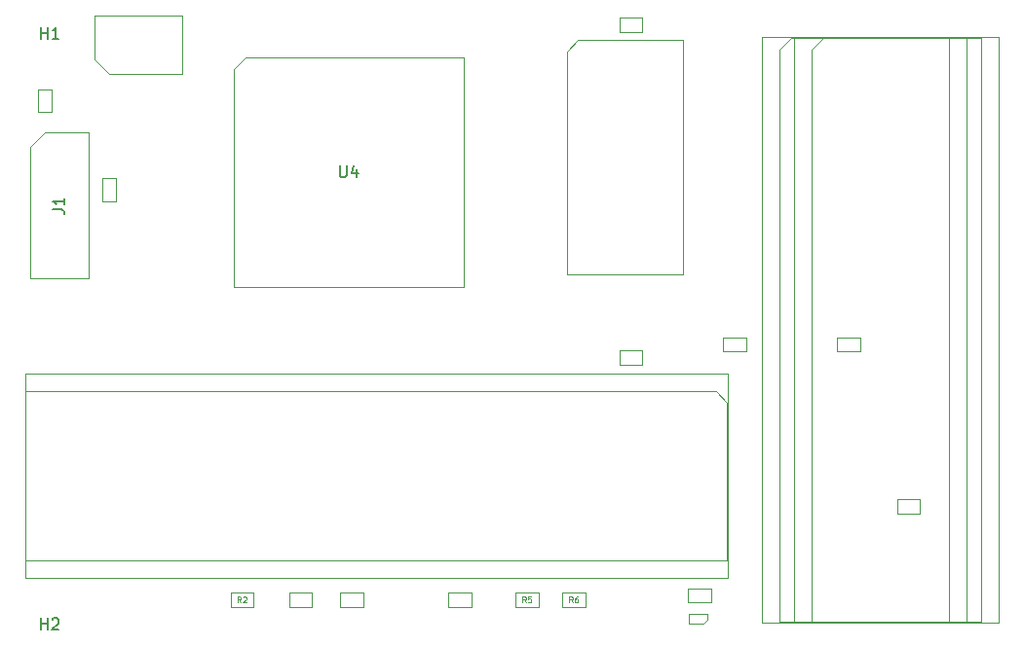
<source format=gbr>
G04 #@! TF.GenerationSoftware,KiCad,Pcbnew,(5.1.2-1)-1*
G04 #@! TF.CreationDate,2020-07-08T23:16:21+01:00*
G04 #@! TF.ProjectId,tranZPUter-SW,7472616e-5a50-4557-9465-722d53572e6b,rev?*
G04 #@! TF.SameCoordinates,Original*
G04 #@! TF.FileFunction,Other,Fab,Top*
%FSLAX46Y46*%
G04 Gerber Fmt 4.6, Leading zero omitted, Abs format (unit mm)*
G04 Created by KiCad (PCBNEW (5.1.2-1)-1) date 2020-07-08 23:16:21*
%MOMM*%
%LPD*%
G04 APERTURE LIST*
%ADD10C,0.100000*%
%ADD11C,0.080000*%
%ADD12C,0.150000*%
G04 APERTURE END LIST*
D10*
X155845000Y-141640000D02*
X157845000Y-141640000D01*
X155845000Y-142840000D02*
X155845000Y-141640000D01*
X157845000Y-142840000D02*
X155845000Y-142840000D01*
X157845000Y-141640000D02*
X157845000Y-142840000D01*
X113665000Y-102870000D02*
X114935000Y-101600000D01*
X113665000Y-114300000D02*
X113665000Y-102870000D01*
X118745000Y-114300000D02*
X113665000Y-114300000D01*
X118745000Y-101600000D02*
X118745000Y-114300000D01*
X114935000Y-101600000D02*
X118745000Y-101600000D01*
X131351000Y-96029000D02*
X132351000Y-95029000D01*
X131351000Y-115029000D02*
X131351000Y-96029000D01*
X151351000Y-115029000D02*
X131351000Y-115029000D01*
X151351000Y-95029000D02*
X151351000Y-115029000D01*
X132351000Y-95029000D02*
X151351000Y-95029000D01*
X119923000Y-107553000D02*
X119923000Y-105553000D01*
X121123000Y-107553000D02*
X119923000Y-107553000D01*
X121123000Y-105553000D02*
X121123000Y-107553000D01*
X119923000Y-105553000D02*
X121123000Y-105553000D01*
X115535000Y-97806000D02*
X115535000Y-99806000D01*
X114335000Y-97806000D02*
X115535000Y-97806000D01*
X114335000Y-99806000D02*
X114335000Y-97806000D01*
X115535000Y-99806000D02*
X114335000Y-99806000D01*
X160304000Y-94559000D02*
X161304000Y-93559000D01*
X161304000Y-93559000D02*
X170404000Y-93559000D01*
X170404000Y-93559000D02*
X170404000Y-113959000D01*
X170404000Y-113959000D02*
X160304000Y-113959000D01*
X160304000Y-113959000D02*
X160304000Y-94559000D01*
X120523000Y-96520000D02*
X119253000Y-95250000D01*
X126873000Y-96520000D02*
X120523000Y-96520000D01*
X126873000Y-91440000D02*
X126873000Y-96520000D01*
X119253000Y-91440000D02*
X126873000Y-91440000D01*
X119253000Y-95250000D02*
X119253000Y-91440000D01*
X170904000Y-143466000D02*
X170904000Y-144316000D01*
X172504000Y-143466000D02*
X170904000Y-143466000D01*
X172504000Y-144016000D02*
X172504000Y-143466000D01*
X172204000Y-144316000D02*
X172504000Y-144016000D01*
X170904000Y-144316000D02*
X172204000Y-144316000D01*
X152003000Y-142840000D02*
X150003000Y-142840000D01*
X152003000Y-141640000D02*
X152003000Y-142840000D01*
X150003000Y-141640000D02*
X152003000Y-141640000D01*
X150003000Y-142840000D02*
X150003000Y-141640000D01*
X197866000Y-93285000D02*
X180086000Y-93285000D01*
X197866000Y-144205000D02*
X197866000Y-93285000D01*
X180086000Y-144205000D02*
X197866000Y-144205000D01*
X180086000Y-93285000D02*
X180086000Y-144205000D01*
X181611000Y-94345000D02*
X182611000Y-93345000D01*
X181611000Y-144145000D02*
X181611000Y-94345000D01*
X196341000Y-144145000D02*
X181611000Y-144145000D01*
X196341000Y-93345000D02*
X196341000Y-144145000D01*
X182611000Y-93345000D02*
X196341000Y-93345000D01*
X131080000Y-141640000D02*
X133080000Y-141640000D01*
X131080000Y-142840000D02*
X131080000Y-141640000D01*
X133080000Y-142840000D02*
X131080000Y-142840000D01*
X133080000Y-141640000D02*
X133080000Y-142840000D01*
X136160000Y-141640000D02*
X138160000Y-141640000D01*
X136160000Y-142840000D02*
X136160000Y-141640000D01*
X138160000Y-142840000D02*
X136160000Y-142840000D01*
X138160000Y-141640000D02*
X138160000Y-142840000D01*
X164862000Y-120558000D02*
X166862000Y-120558000D01*
X164862000Y-121758000D02*
X164862000Y-120558000D01*
X166862000Y-121758000D02*
X164862000Y-121758000D01*
X166862000Y-120558000D02*
X166862000Y-121758000D01*
X161909000Y-142840000D02*
X159909000Y-142840000D01*
X161909000Y-141640000D02*
X161909000Y-142840000D01*
X159909000Y-141640000D02*
X161909000Y-141640000D01*
X159909000Y-142840000D02*
X159909000Y-141640000D01*
X142605000Y-142840000D02*
X140605000Y-142840000D01*
X142605000Y-141640000D02*
X142605000Y-142840000D01*
X140605000Y-141640000D02*
X142605000Y-141640000D01*
X140605000Y-142840000D02*
X140605000Y-141640000D01*
X190992000Y-134712000D02*
X188992000Y-134712000D01*
X190992000Y-133512000D02*
X190992000Y-134712000D01*
X188992000Y-133512000D02*
X190992000Y-133512000D01*
X188992000Y-134712000D02*
X188992000Y-133512000D01*
X195072000Y-93285000D02*
X177292000Y-93285000D01*
X195072000Y-144205000D02*
X195072000Y-93285000D01*
X177292000Y-144205000D02*
X195072000Y-144205000D01*
X177292000Y-93285000D02*
X177292000Y-144205000D01*
X178817000Y-94345000D02*
X179817000Y-93345000D01*
X178817000Y-144145000D02*
X178817000Y-94345000D01*
X193547000Y-144145000D02*
X178817000Y-144145000D01*
X193547000Y-93345000D02*
X193547000Y-144145000D01*
X179817000Y-93345000D02*
X193547000Y-93345000D01*
X175879000Y-120615000D02*
X173879000Y-120615000D01*
X175879000Y-119415000D02*
X175879000Y-120615000D01*
X173879000Y-119415000D02*
X175879000Y-119415000D01*
X173879000Y-120615000D02*
X173879000Y-119415000D01*
X174304000Y-140335000D02*
X174304000Y-122555000D01*
X113224000Y-140335000D02*
X174304000Y-140335000D01*
X113224000Y-122555000D02*
X113224000Y-140335000D01*
X174304000Y-122555000D02*
X113224000Y-122555000D01*
X173244000Y-124080000D02*
X174244000Y-125080000D01*
X113284000Y-124080000D02*
X173244000Y-124080000D01*
X113284000Y-138810000D02*
X113284000Y-124080000D01*
X174244000Y-138810000D02*
X113284000Y-138810000D01*
X174244000Y-125080000D02*
X174244000Y-138810000D01*
X172831000Y-142459000D02*
X170831000Y-142459000D01*
X172831000Y-141259000D02*
X172831000Y-142459000D01*
X170831000Y-141259000D02*
X172831000Y-141259000D01*
X170831000Y-142459000D02*
X170831000Y-141259000D01*
X183785000Y-119415000D02*
X185785000Y-119415000D01*
X183785000Y-120615000D02*
X183785000Y-119415000D01*
X185785000Y-120615000D02*
X183785000Y-120615000D01*
X185785000Y-119415000D02*
X185785000Y-120615000D01*
X166862000Y-92802000D02*
X164862000Y-92802000D01*
X166862000Y-91602000D02*
X166862000Y-92802000D01*
X164862000Y-91602000D02*
X166862000Y-91602000D01*
X164862000Y-92802000D02*
X164862000Y-91602000D01*
D11*
X156761666Y-142466190D02*
X156595000Y-142228095D01*
X156475952Y-142466190D02*
X156475952Y-141966190D01*
X156666428Y-141966190D01*
X156714047Y-141990000D01*
X156737857Y-142013809D01*
X156761666Y-142061428D01*
X156761666Y-142132857D01*
X156737857Y-142180476D01*
X156714047Y-142204285D01*
X156666428Y-142228095D01*
X156475952Y-142228095D01*
X157214047Y-141966190D02*
X156975952Y-141966190D01*
X156952142Y-142204285D01*
X156975952Y-142180476D01*
X157023571Y-142156666D01*
X157142619Y-142156666D01*
X157190238Y-142180476D01*
X157214047Y-142204285D01*
X157237857Y-142251904D01*
X157237857Y-142370952D01*
X157214047Y-142418571D01*
X157190238Y-142442380D01*
X157142619Y-142466190D01*
X157023571Y-142466190D01*
X156975952Y-142442380D01*
X156952142Y-142418571D01*
D12*
X115657380Y-108283333D02*
X116371666Y-108283333D01*
X116514523Y-108330952D01*
X116609761Y-108426190D01*
X116657380Y-108569047D01*
X116657380Y-108664285D01*
X116657380Y-107283333D02*
X116657380Y-107854761D01*
X116657380Y-107569047D02*
X115657380Y-107569047D01*
X115800238Y-107664285D01*
X115895476Y-107759523D01*
X115943095Y-107854761D01*
X140589095Y-104481380D02*
X140589095Y-105290904D01*
X140636714Y-105386142D01*
X140684333Y-105433761D01*
X140779571Y-105481380D01*
X140970047Y-105481380D01*
X141065285Y-105433761D01*
X141112904Y-105386142D01*
X141160523Y-105290904D01*
X141160523Y-104481380D01*
X142065285Y-104814714D02*
X142065285Y-105481380D01*
X141827190Y-104433761D02*
X141589095Y-105148047D01*
X142208142Y-105148047D01*
D11*
X131996666Y-142466190D02*
X131830000Y-142228095D01*
X131710952Y-142466190D02*
X131710952Y-141966190D01*
X131901428Y-141966190D01*
X131949047Y-141990000D01*
X131972857Y-142013809D01*
X131996666Y-142061428D01*
X131996666Y-142132857D01*
X131972857Y-142180476D01*
X131949047Y-142204285D01*
X131901428Y-142228095D01*
X131710952Y-142228095D01*
X132187142Y-142013809D02*
X132210952Y-141990000D01*
X132258571Y-141966190D01*
X132377619Y-141966190D01*
X132425238Y-141990000D01*
X132449047Y-142013809D01*
X132472857Y-142061428D01*
X132472857Y-142109047D01*
X132449047Y-142180476D01*
X132163333Y-142466190D01*
X132472857Y-142466190D01*
X160825666Y-142466190D02*
X160659000Y-142228095D01*
X160539952Y-142466190D02*
X160539952Y-141966190D01*
X160730428Y-141966190D01*
X160778047Y-141990000D01*
X160801857Y-142013809D01*
X160825666Y-142061428D01*
X160825666Y-142132857D01*
X160801857Y-142180476D01*
X160778047Y-142204285D01*
X160730428Y-142228095D01*
X160539952Y-142228095D01*
X161254238Y-141966190D02*
X161159000Y-141966190D01*
X161111380Y-141990000D01*
X161087571Y-142013809D01*
X161039952Y-142085238D01*
X161016142Y-142180476D01*
X161016142Y-142370952D01*
X161039952Y-142418571D01*
X161063761Y-142442380D01*
X161111380Y-142466190D01*
X161206619Y-142466190D01*
X161254238Y-142442380D01*
X161278047Y-142418571D01*
X161301857Y-142370952D01*
X161301857Y-142251904D01*
X161278047Y-142204285D01*
X161254238Y-142180476D01*
X161206619Y-142156666D01*
X161111380Y-142156666D01*
X161063761Y-142180476D01*
X161039952Y-142204285D01*
X161016142Y-142251904D01*
D12*
X114600095Y-144851380D02*
X114600095Y-143851380D01*
X114600095Y-144327571D02*
X115171523Y-144327571D01*
X115171523Y-144851380D02*
X115171523Y-143851380D01*
X115600095Y-143946619D02*
X115647714Y-143899000D01*
X115742952Y-143851380D01*
X115981047Y-143851380D01*
X116076285Y-143899000D01*
X116123904Y-143946619D01*
X116171523Y-144041857D01*
X116171523Y-144137095D01*
X116123904Y-144279952D01*
X115552476Y-144851380D01*
X116171523Y-144851380D01*
X114600095Y-93416380D02*
X114600095Y-92416380D01*
X114600095Y-92892571D02*
X115171523Y-92892571D01*
X115171523Y-93416380D02*
X115171523Y-92416380D01*
X116171523Y-93416380D02*
X115600095Y-93416380D01*
X115885809Y-93416380D02*
X115885809Y-92416380D01*
X115790571Y-92559238D01*
X115695333Y-92654476D01*
X115600095Y-92702095D01*
M02*

</source>
